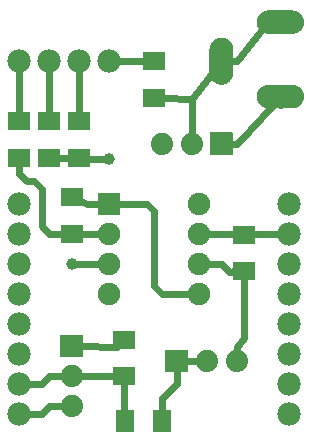
<source format=gtl>
G04 MADE WITH FRITZING*
G04 WWW.FRITZING.ORG*
G04 DOUBLE SIDED*
G04 HOLES PLATED*
G04 CONTOUR ON CENTER OF CONTOUR VECTOR*
%ASAXBY*%
%FSLAX23Y23*%
%MOIN*%
%OFA0B0*%
%SFA1.0B1.0*%
%ADD10C,0.039370*%
%ADD11C,0.075000*%
%ADD12C,0.074000*%
%ADD13C,0.078000*%
%ADD14C,0.078740*%
%ADD15R,0.062992X0.074803*%
%ADD16R,0.074803X0.062992*%
%ADD17R,0.075000X0.075000*%
%ADD18C,0.024000*%
%ADD19R,0.001000X0.001000*%
%LNCOPPER1*%
G90*
G70*
G54D10*
X379Y944D03*
X254Y594D03*
G54D11*
X379Y794D03*
X679Y794D03*
X379Y694D03*
X679Y694D03*
X379Y594D03*
X679Y594D03*
X379Y494D03*
X679Y494D03*
G54D12*
X254Y319D03*
X254Y219D03*
X254Y119D03*
X254Y319D03*
X254Y219D03*
X254Y119D03*
G54D13*
X79Y1269D03*
X179Y1269D03*
X279Y1269D03*
X379Y1269D03*
X79Y94D03*
X79Y194D03*
X79Y294D03*
X79Y394D03*
X79Y494D03*
X79Y594D03*
X79Y694D03*
X79Y794D03*
X979Y794D03*
X979Y694D03*
X979Y594D03*
X979Y494D03*
X979Y394D03*
X979Y294D03*
X979Y194D03*
X979Y94D03*
G54D12*
X754Y994D03*
X654Y994D03*
X554Y994D03*
X754Y994D03*
X654Y994D03*
X554Y994D03*
X604Y269D03*
X704Y269D03*
X804Y269D03*
X604Y269D03*
X704Y269D03*
X804Y269D03*
G54D14*
X951Y1151D03*
X951Y1399D03*
X754Y1269D03*
X951Y1151D03*
X951Y1399D03*
X754Y1269D03*
G54D15*
X554Y69D03*
X432Y69D03*
G54D16*
X829Y569D03*
X829Y691D03*
X279Y947D03*
X279Y1069D03*
X254Y694D03*
X254Y816D03*
X179Y1069D03*
X179Y947D03*
X79Y1069D03*
X79Y947D03*
G54D17*
X379Y794D03*
G54D16*
X529Y1269D03*
X529Y1147D03*
X429Y219D03*
X429Y341D03*
G54D18*
X880Y693D02*
X928Y693D01*
D02*
X779Y693D02*
X730Y693D01*
D02*
X929Y693D02*
X949Y693D01*
D02*
X730Y693D02*
X708Y694D01*
D02*
X179Y1095D02*
X179Y1239D01*
D02*
X79Y1239D02*
X79Y1095D01*
D02*
X797Y692D02*
X779Y693D01*
D02*
X861Y692D02*
X880Y693D01*
D02*
X305Y794D02*
X286Y802D01*
D02*
X154Y719D02*
X154Y844D01*
D02*
X104Y869D02*
X79Y894D01*
D02*
X154Y844D02*
X130Y869D01*
D02*
X130Y869D02*
X104Y869D01*
D02*
X79Y894D02*
X79Y921D01*
D02*
X179Y694D02*
X154Y719D01*
D02*
X279Y693D02*
X254Y694D01*
D02*
X351Y694D02*
X279Y693D01*
D02*
X351Y794D02*
X305Y794D01*
D02*
X222Y694D02*
X179Y694D01*
D02*
X247Y947D02*
X211Y947D01*
D02*
X780Y568D02*
X754Y594D01*
D02*
X754Y594D02*
X708Y594D01*
D02*
X797Y569D02*
X780Y568D01*
D02*
X179Y219D02*
X230Y219D01*
D02*
X154Y194D02*
X179Y219D01*
D02*
X230Y219D02*
X223Y220D01*
D02*
X109Y194D02*
X154Y194D01*
D02*
X179Y119D02*
X230Y119D01*
D02*
X230Y119D02*
X223Y120D01*
D02*
X154Y94D02*
X179Y119D01*
D02*
X109Y94D02*
X154Y94D01*
D02*
X429Y344D02*
X429Y341D01*
D02*
X404Y318D02*
X429Y344D01*
D02*
X285Y319D02*
X404Y318D01*
D02*
X529Y769D02*
X504Y794D01*
D02*
X529Y519D02*
X529Y769D01*
D02*
X504Y794D02*
X408Y794D01*
D02*
X404Y219D02*
X429Y219D01*
D02*
X285Y219D02*
X404Y219D01*
D02*
X555Y494D02*
X529Y519D01*
D02*
X651Y494D02*
X555Y494D01*
D02*
X279Y1239D02*
X279Y1095D01*
D02*
X273Y594D02*
X351Y594D01*
D02*
X304Y944D02*
X279Y947D01*
D02*
X360Y944D02*
X304Y944D01*
D02*
X429Y69D02*
X429Y193D01*
D02*
X432Y69D02*
X429Y69D01*
D02*
X409Y1269D02*
X497Y1269D01*
D02*
X829Y345D02*
X805Y318D01*
D02*
X829Y518D02*
X829Y345D01*
D02*
X805Y318D02*
X805Y300D01*
D02*
X829Y543D02*
X829Y518D01*
D02*
X635Y269D02*
X673Y269D01*
D02*
X605Y194D02*
X604Y238D01*
D02*
X555Y145D02*
X605Y194D01*
D02*
X555Y118D02*
X555Y145D01*
D02*
X555Y101D02*
X555Y118D01*
D02*
X904Y1395D02*
X920Y1396D01*
D02*
X805Y1269D02*
X904Y1395D01*
D02*
X785Y1269D02*
X805Y1269D01*
D02*
X654Y1143D02*
X735Y1245D01*
D02*
X561Y1146D02*
X654Y1143D01*
D02*
X654Y1143D02*
X561Y1146D01*
D02*
X654Y1025D02*
X654Y1143D01*
D02*
X785Y994D02*
X805Y994D01*
D02*
X805Y994D02*
X930Y1128D01*
G54D19*
X907Y1438D02*
X993Y1438D01*
X901Y1437D02*
X999Y1437D01*
X898Y1436D02*
X1002Y1436D01*
X896Y1435D02*
X1005Y1435D01*
X893Y1434D02*
X1007Y1434D01*
X892Y1433D02*
X1008Y1433D01*
X890Y1432D02*
X1010Y1432D01*
X888Y1431D02*
X1012Y1431D01*
X887Y1430D02*
X1013Y1430D01*
X886Y1429D02*
X1014Y1429D01*
X885Y1428D02*
X1015Y1428D01*
X884Y1427D02*
X1016Y1427D01*
X883Y1426D02*
X1017Y1426D01*
X882Y1425D02*
X1018Y1425D01*
X881Y1424D02*
X1019Y1424D01*
X880Y1423D02*
X1020Y1423D01*
X879Y1422D02*
X1021Y1422D01*
X879Y1421D02*
X1021Y1421D01*
X878Y1420D02*
X1022Y1420D01*
X877Y1419D02*
X1023Y1419D01*
X877Y1418D02*
X945Y1418D01*
X955Y1418D02*
X1023Y1418D01*
X876Y1417D02*
X942Y1417D01*
X958Y1417D02*
X1024Y1417D01*
X876Y1416D02*
X940Y1416D01*
X960Y1416D02*
X1024Y1416D01*
X875Y1415D02*
X938Y1415D01*
X962Y1415D02*
X1025Y1415D01*
X875Y1414D02*
X937Y1414D01*
X963Y1414D02*
X1025Y1414D01*
X875Y1413D02*
X936Y1413D01*
X964Y1413D02*
X1026Y1413D01*
X874Y1412D02*
X935Y1412D01*
X965Y1412D02*
X1026Y1412D01*
X874Y1411D02*
X934Y1411D01*
X966Y1411D02*
X1026Y1411D01*
X873Y1410D02*
X933Y1410D01*
X967Y1410D02*
X1027Y1410D01*
X873Y1409D02*
X933Y1409D01*
X967Y1409D02*
X1027Y1409D01*
X873Y1408D02*
X932Y1408D01*
X968Y1408D02*
X1027Y1408D01*
X873Y1407D02*
X932Y1407D01*
X968Y1407D02*
X1027Y1407D01*
X873Y1406D02*
X931Y1406D01*
X969Y1406D02*
X1028Y1406D01*
X872Y1405D02*
X931Y1405D01*
X969Y1405D02*
X1028Y1405D01*
X872Y1404D02*
X931Y1404D01*
X969Y1404D02*
X1028Y1404D01*
X872Y1403D02*
X930Y1403D01*
X970Y1403D02*
X1028Y1403D01*
X872Y1402D02*
X930Y1402D01*
X970Y1402D02*
X1028Y1402D01*
X872Y1401D02*
X930Y1401D01*
X970Y1401D02*
X1028Y1401D01*
X872Y1400D02*
X930Y1400D01*
X970Y1400D02*
X1028Y1400D01*
X872Y1399D02*
X930Y1399D01*
X970Y1399D02*
X1028Y1399D01*
X872Y1398D02*
X930Y1398D01*
X970Y1398D02*
X1028Y1398D01*
X872Y1397D02*
X930Y1397D01*
X970Y1397D02*
X1028Y1397D01*
X872Y1396D02*
X930Y1396D01*
X970Y1396D02*
X1028Y1396D01*
X872Y1395D02*
X930Y1395D01*
X970Y1395D02*
X1028Y1395D01*
X872Y1394D02*
X931Y1394D01*
X970Y1394D02*
X1028Y1394D01*
X872Y1393D02*
X931Y1393D01*
X969Y1393D02*
X1028Y1393D01*
X872Y1392D02*
X931Y1392D01*
X969Y1392D02*
X1028Y1392D01*
X873Y1391D02*
X932Y1391D01*
X969Y1391D02*
X1027Y1391D01*
X873Y1390D02*
X932Y1390D01*
X968Y1390D02*
X1027Y1390D01*
X873Y1389D02*
X933Y1389D01*
X967Y1389D02*
X1027Y1389D01*
X873Y1388D02*
X933Y1388D01*
X967Y1388D02*
X1027Y1388D01*
X874Y1387D02*
X934Y1387D01*
X966Y1387D02*
X1026Y1387D01*
X874Y1386D02*
X935Y1386D01*
X965Y1386D02*
X1026Y1386D01*
X874Y1385D02*
X936Y1385D01*
X964Y1385D02*
X1026Y1385D01*
X875Y1384D02*
X937Y1384D01*
X963Y1384D02*
X1025Y1384D01*
X875Y1383D02*
X938Y1383D01*
X962Y1383D02*
X1025Y1383D01*
X876Y1382D02*
X940Y1382D01*
X960Y1382D02*
X1024Y1382D01*
X876Y1381D02*
X941Y1381D01*
X959Y1381D02*
X1024Y1381D01*
X877Y1380D02*
X944Y1380D01*
X956Y1380D02*
X1023Y1380D01*
X877Y1379D02*
X1023Y1379D01*
X878Y1378D02*
X1022Y1378D01*
X879Y1377D02*
X1022Y1377D01*
X879Y1376D02*
X1021Y1376D01*
X880Y1375D02*
X1020Y1375D01*
X881Y1374D02*
X1019Y1374D01*
X882Y1373D02*
X1018Y1373D01*
X883Y1372D02*
X1018Y1372D01*
X883Y1371D02*
X1017Y1371D01*
X885Y1370D02*
X1016Y1370D01*
X886Y1369D02*
X1014Y1369D01*
X887Y1368D02*
X1013Y1368D01*
X888Y1367D02*
X1012Y1367D01*
X890Y1366D02*
X1010Y1366D01*
X891Y1365D02*
X1009Y1365D01*
X893Y1364D02*
X1007Y1364D01*
X895Y1363D02*
X1005Y1363D01*
X898Y1362D02*
X1002Y1362D01*
X901Y1361D02*
X999Y1361D01*
X906Y1360D02*
X995Y1360D01*
X746Y1347D02*
X760Y1347D01*
X742Y1346D02*
X764Y1346D01*
X739Y1345D02*
X767Y1345D01*
X737Y1344D02*
X769Y1344D01*
X735Y1343D02*
X772Y1343D01*
X733Y1342D02*
X773Y1342D01*
X732Y1341D02*
X775Y1341D01*
X730Y1340D02*
X776Y1340D01*
X729Y1339D02*
X778Y1339D01*
X728Y1338D02*
X779Y1338D01*
X727Y1337D02*
X780Y1337D01*
X726Y1336D02*
X781Y1336D01*
X725Y1335D02*
X782Y1335D01*
X724Y1334D02*
X783Y1334D01*
X723Y1333D02*
X783Y1333D01*
X722Y1332D02*
X784Y1332D01*
X722Y1331D02*
X785Y1331D01*
X721Y1330D02*
X786Y1330D01*
X720Y1329D02*
X786Y1329D01*
X720Y1328D02*
X787Y1328D01*
X719Y1327D02*
X787Y1327D01*
X719Y1326D02*
X788Y1326D01*
X718Y1325D02*
X788Y1325D01*
X718Y1324D02*
X789Y1324D01*
X717Y1323D02*
X789Y1323D01*
X717Y1322D02*
X790Y1322D01*
X717Y1321D02*
X790Y1321D01*
X716Y1320D02*
X790Y1320D01*
X716Y1319D02*
X791Y1319D01*
X716Y1318D02*
X791Y1318D01*
X715Y1317D02*
X791Y1317D01*
X715Y1316D02*
X791Y1316D01*
X715Y1315D02*
X792Y1315D01*
X715Y1314D02*
X792Y1314D01*
X715Y1313D02*
X792Y1313D01*
X715Y1312D02*
X792Y1312D01*
X715Y1311D02*
X792Y1311D01*
X715Y1310D02*
X792Y1310D01*
X714Y1309D02*
X792Y1309D01*
X714Y1308D02*
X792Y1308D01*
X714Y1307D02*
X792Y1307D01*
X714Y1306D02*
X792Y1306D01*
X714Y1305D02*
X792Y1305D01*
X714Y1304D02*
X792Y1304D01*
X714Y1303D02*
X792Y1303D01*
X714Y1302D02*
X792Y1302D01*
X714Y1301D02*
X792Y1301D01*
X714Y1300D02*
X792Y1300D01*
X714Y1299D02*
X792Y1299D01*
X714Y1298D02*
X792Y1298D01*
X714Y1297D02*
X792Y1297D01*
X714Y1296D02*
X792Y1296D01*
X714Y1295D02*
X792Y1295D01*
X714Y1294D02*
X792Y1294D01*
X714Y1293D02*
X792Y1293D01*
X714Y1292D02*
X792Y1292D01*
X714Y1291D02*
X792Y1291D01*
X714Y1290D02*
X792Y1290D01*
X714Y1289D02*
X792Y1289D01*
X714Y1288D02*
X748Y1288D01*
X759Y1288D02*
X792Y1288D01*
X714Y1287D02*
X745Y1287D01*
X762Y1287D02*
X792Y1287D01*
X714Y1286D02*
X743Y1286D01*
X764Y1286D02*
X792Y1286D01*
X714Y1285D02*
X741Y1285D01*
X765Y1285D02*
X792Y1285D01*
X714Y1284D02*
X740Y1284D01*
X766Y1284D02*
X792Y1284D01*
X714Y1283D02*
X739Y1283D01*
X768Y1283D02*
X792Y1283D01*
X714Y1282D02*
X738Y1282D01*
X769Y1282D02*
X792Y1282D01*
X714Y1281D02*
X737Y1281D01*
X769Y1281D02*
X792Y1281D01*
X714Y1280D02*
X737Y1280D01*
X770Y1280D02*
X792Y1280D01*
X714Y1279D02*
X736Y1279D01*
X771Y1279D02*
X792Y1279D01*
X714Y1278D02*
X735Y1278D01*
X771Y1278D02*
X792Y1278D01*
X714Y1277D02*
X735Y1277D01*
X772Y1277D02*
X792Y1277D01*
X714Y1276D02*
X734Y1276D01*
X772Y1276D02*
X792Y1276D01*
X714Y1275D02*
X734Y1275D01*
X772Y1275D02*
X792Y1275D01*
X714Y1274D02*
X734Y1274D01*
X773Y1274D02*
X792Y1274D01*
X714Y1273D02*
X734Y1273D01*
X773Y1273D02*
X792Y1273D01*
X714Y1272D02*
X733Y1272D01*
X773Y1272D02*
X792Y1272D01*
X714Y1271D02*
X733Y1271D01*
X773Y1271D02*
X792Y1271D01*
X714Y1270D02*
X733Y1270D01*
X773Y1270D02*
X792Y1270D01*
X714Y1269D02*
X733Y1269D01*
X773Y1269D02*
X792Y1269D01*
X714Y1268D02*
X733Y1268D01*
X773Y1268D02*
X792Y1268D01*
X714Y1267D02*
X733Y1267D01*
X773Y1267D02*
X792Y1267D01*
X714Y1266D02*
X733Y1266D01*
X773Y1266D02*
X792Y1266D01*
X714Y1265D02*
X734Y1265D01*
X773Y1265D02*
X792Y1265D01*
X714Y1264D02*
X734Y1264D01*
X773Y1264D02*
X792Y1264D01*
X714Y1263D02*
X734Y1263D01*
X772Y1263D02*
X792Y1263D01*
X714Y1262D02*
X734Y1262D01*
X772Y1262D02*
X792Y1262D01*
X714Y1261D02*
X735Y1261D01*
X772Y1261D02*
X792Y1261D01*
X714Y1260D02*
X735Y1260D01*
X771Y1260D02*
X792Y1260D01*
X714Y1259D02*
X736Y1259D01*
X771Y1259D02*
X792Y1259D01*
X714Y1258D02*
X737Y1258D01*
X770Y1258D02*
X792Y1258D01*
X714Y1257D02*
X737Y1257D01*
X769Y1257D02*
X792Y1257D01*
X714Y1256D02*
X738Y1256D01*
X768Y1256D02*
X792Y1256D01*
X714Y1255D02*
X739Y1255D01*
X768Y1255D02*
X792Y1255D01*
X714Y1254D02*
X740Y1254D01*
X766Y1254D02*
X792Y1254D01*
X714Y1253D02*
X741Y1253D01*
X765Y1253D02*
X792Y1253D01*
X714Y1252D02*
X743Y1252D01*
X764Y1252D02*
X792Y1252D01*
X714Y1251D02*
X745Y1251D01*
X762Y1251D02*
X792Y1251D01*
X714Y1250D02*
X748Y1250D01*
X759Y1250D02*
X792Y1250D01*
X714Y1249D02*
X792Y1249D01*
X714Y1248D02*
X792Y1248D01*
X714Y1247D02*
X792Y1247D01*
X714Y1246D02*
X792Y1246D01*
X714Y1245D02*
X792Y1245D01*
X714Y1244D02*
X792Y1244D01*
X714Y1243D02*
X792Y1243D01*
X714Y1242D02*
X792Y1242D01*
X714Y1241D02*
X792Y1241D01*
X714Y1240D02*
X792Y1240D01*
X714Y1239D02*
X792Y1239D01*
X714Y1238D02*
X792Y1238D01*
X714Y1237D02*
X792Y1237D01*
X714Y1236D02*
X792Y1236D01*
X714Y1235D02*
X792Y1235D01*
X714Y1234D02*
X792Y1234D01*
X714Y1233D02*
X792Y1233D01*
X714Y1232D02*
X792Y1232D01*
X714Y1231D02*
X792Y1231D01*
X714Y1230D02*
X792Y1230D01*
X714Y1229D02*
X792Y1229D01*
X715Y1228D02*
X792Y1228D01*
X715Y1227D02*
X792Y1227D01*
X715Y1226D02*
X792Y1226D01*
X715Y1225D02*
X792Y1225D01*
X715Y1224D02*
X792Y1224D01*
X715Y1223D02*
X792Y1223D01*
X715Y1222D02*
X791Y1222D01*
X715Y1221D02*
X791Y1221D01*
X716Y1220D02*
X791Y1220D01*
X716Y1219D02*
X791Y1219D01*
X716Y1218D02*
X790Y1218D01*
X717Y1217D02*
X790Y1217D01*
X717Y1216D02*
X790Y1216D01*
X717Y1215D02*
X789Y1215D01*
X718Y1214D02*
X789Y1214D01*
X718Y1213D02*
X788Y1213D01*
X719Y1212D02*
X788Y1212D01*
X719Y1211D02*
X787Y1211D01*
X720Y1210D02*
X787Y1210D01*
X720Y1209D02*
X786Y1209D01*
X721Y1208D02*
X786Y1208D01*
X722Y1207D02*
X785Y1207D01*
X722Y1206D02*
X784Y1206D01*
X723Y1205D02*
X783Y1205D01*
X724Y1204D02*
X783Y1204D01*
X725Y1203D02*
X782Y1203D01*
X726Y1202D02*
X781Y1202D01*
X727Y1201D02*
X780Y1201D01*
X728Y1200D02*
X779Y1200D01*
X729Y1199D02*
X777Y1199D01*
X731Y1198D02*
X776Y1198D01*
X732Y1197D02*
X775Y1197D01*
X734Y1196D02*
X773Y1196D01*
X735Y1195D02*
X771Y1195D01*
X737Y1194D02*
X769Y1194D01*
X740Y1193D02*
X767Y1193D01*
X742Y1192D02*
X764Y1192D01*
X747Y1191D02*
X760Y1191D01*
X906Y1190D02*
X994Y1190D01*
X901Y1189D02*
X999Y1189D01*
X898Y1188D02*
X1002Y1188D01*
X895Y1187D02*
X1005Y1187D01*
X893Y1186D02*
X1007Y1186D01*
X892Y1185D02*
X1009Y1185D01*
X890Y1184D02*
X1010Y1184D01*
X888Y1183D02*
X1012Y1183D01*
X887Y1182D02*
X1013Y1182D01*
X886Y1181D02*
X1014Y1181D01*
X885Y1180D02*
X1015Y1180D01*
X884Y1179D02*
X1016Y1179D01*
X883Y1178D02*
X1017Y1178D01*
X882Y1177D02*
X1018Y1177D01*
X881Y1176D02*
X1019Y1176D01*
X880Y1175D02*
X1020Y1175D01*
X879Y1174D02*
X1021Y1174D01*
X879Y1173D02*
X1021Y1173D01*
X878Y1172D02*
X1022Y1172D01*
X877Y1171D02*
X1023Y1171D01*
X877Y1170D02*
X945Y1170D01*
X955Y1170D02*
X1023Y1170D01*
X876Y1169D02*
X942Y1169D01*
X958Y1169D02*
X1024Y1169D01*
X876Y1168D02*
X940Y1168D01*
X960Y1168D02*
X1024Y1168D01*
X875Y1167D02*
X938Y1167D01*
X962Y1167D02*
X1025Y1167D01*
X875Y1166D02*
X937Y1166D01*
X963Y1166D02*
X1025Y1166D01*
X874Y1165D02*
X936Y1165D01*
X964Y1165D02*
X1026Y1165D01*
X874Y1164D02*
X935Y1164D01*
X965Y1164D02*
X1026Y1164D01*
X874Y1163D02*
X934Y1163D01*
X966Y1163D02*
X1026Y1163D01*
X873Y1162D02*
X933Y1162D01*
X967Y1162D02*
X1027Y1162D01*
X873Y1161D02*
X933Y1161D01*
X967Y1161D02*
X1027Y1161D01*
X873Y1160D02*
X932Y1160D01*
X968Y1160D02*
X1027Y1160D01*
X873Y1159D02*
X932Y1159D01*
X968Y1159D02*
X1027Y1159D01*
X873Y1158D02*
X931Y1158D01*
X969Y1158D02*
X1028Y1158D01*
X872Y1157D02*
X931Y1157D01*
X969Y1157D02*
X1028Y1157D01*
X872Y1156D02*
X931Y1156D01*
X969Y1156D02*
X1028Y1156D01*
X872Y1155D02*
X930Y1155D01*
X970Y1155D02*
X1028Y1155D01*
X872Y1154D02*
X930Y1154D01*
X970Y1154D02*
X1028Y1154D01*
X872Y1153D02*
X930Y1153D01*
X970Y1153D02*
X1028Y1153D01*
X872Y1152D02*
X930Y1152D01*
X970Y1152D02*
X1028Y1152D01*
X872Y1151D02*
X930Y1151D01*
X970Y1151D02*
X1028Y1151D01*
X872Y1150D02*
X930Y1150D01*
X970Y1150D02*
X1028Y1150D01*
X872Y1149D02*
X930Y1149D01*
X970Y1149D02*
X1028Y1149D01*
X872Y1148D02*
X930Y1148D01*
X970Y1148D02*
X1028Y1148D01*
X872Y1147D02*
X930Y1147D01*
X970Y1147D02*
X1028Y1147D01*
X872Y1146D02*
X931Y1146D01*
X970Y1146D02*
X1028Y1146D01*
X872Y1145D02*
X931Y1145D01*
X969Y1145D02*
X1028Y1145D01*
X873Y1144D02*
X931Y1144D01*
X969Y1144D02*
X1028Y1144D01*
X873Y1143D02*
X932Y1143D01*
X969Y1143D02*
X1027Y1143D01*
X873Y1142D02*
X932Y1142D01*
X968Y1142D02*
X1027Y1142D01*
X873Y1141D02*
X933Y1141D01*
X967Y1141D02*
X1027Y1141D01*
X873Y1140D02*
X933Y1140D01*
X967Y1140D02*
X1027Y1140D01*
X874Y1139D02*
X934Y1139D01*
X966Y1139D02*
X1026Y1139D01*
X874Y1138D02*
X935Y1138D01*
X965Y1138D02*
X1026Y1138D01*
X874Y1137D02*
X936Y1137D01*
X964Y1137D02*
X1026Y1137D01*
X875Y1136D02*
X937Y1136D01*
X963Y1136D02*
X1025Y1136D01*
X875Y1135D02*
X938Y1135D01*
X962Y1135D02*
X1025Y1135D01*
X876Y1134D02*
X940Y1134D01*
X960Y1134D02*
X1024Y1134D01*
X876Y1133D02*
X942Y1133D01*
X959Y1133D02*
X1024Y1133D01*
X877Y1132D02*
X945Y1132D01*
X956Y1132D02*
X1023Y1132D01*
X877Y1131D02*
X1023Y1131D01*
X878Y1130D02*
X1022Y1130D01*
X879Y1129D02*
X1022Y1129D01*
X879Y1128D02*
X1021Y1128D01*
X880Y1127D02*
X1020Y1127D01*
X881Y1126D02*
X1019Y1126D01*
X882Y1125D02*
X1018Y1125D01*
X883Y1124D02*
X1018Y1124D01*
X884Y1123D02*
X1017Y1123D01*
X885Y1122D02*
X1015Y1122D01*
X886Y1121D02*
X1014Y1121D01*
X887Y1120D02*
X1013Y1120D01*
X888Y1119D02*
X1012Y1119D01*
X890Y1118D02*
X1010Y1118D01*
X891Y1117D02*
X1009Y1117D01*
X893Y1116D02*
X1007Y1116D01*
X895Y1115D02*
X1005Y1115D01*
X898Y1114D02*
X1002Y1114D01*
X901Y1113D02*
X999Y1113D01*
X906Y1112D02*
X994Y1112D01*
X717Y1031D02*
X789Y1031D01*
X717Y1030D02*
X790Y1030D01*
X717Y1029D02*
X790Y1029D01*
X717Y1028D02*
X790Y1028D01*
X717Y1027D02*
X790Y1027D01*
X717Y1026D02*
X790Y1026D01*
X717Y1025D02*
X790Y1025D01*
X717Y1024D02*
X790Y1024D01*
X717Y1023D02*
X790Y1023D01*
X717Y1022D02*
X790Y1022D01*
X717Y1021D02*
X790Y1021D01*
X717Y1020D02*
X790Y1020D01*
X717Y1019D02*
X790Y1019D01*
X717Y1018D02*
X790Y1018D01*
X717Y1017D02*
X790Y1017D01*
X717Y1016D02*
X790Y1016D01*
X717Y1015D02*
X790Y1015D01*
X717Y1014D02*
X790Y1014D01*
X717Y1013D02*
X748Y1013D01*
X759Y1013D02*
X790Y1013D01*
X717Y1012D02*
X745Y1012D01*
X762Y1012D02*
X790Y1012D01*
X717Y1011D02*
X743Y1011D01*
X764Y1011D02*
X790Y1011D01*
X717Y1010D02*
X741Y1010D01*
X765Y1010D02*
X790Y1010D01*
X717Y1009D02*
X740Y1009D01*
X767Y1009D02*
X790Y1009D01*
X717Y1008D02*
X739Y1008D01*
X768Y1008D02*
X790Y1008D01*
X717Y1007D02*
X738Y1007D01*
X769Y1007D02*
X790Y1007D01*
X717Y1006D02*
X737Y1006D01*
X769Y1006D02*
X790Y1006D01*
X717Y1005D02*
X736Y1005D01*
X770Y1005D02*
X790Y1005D01*
X717Y1004D02*
X736Y1004D01*
X771Y1004D02*
X790Y1004D01*
X717Y1003D02*
X735Y1003D01*
X771Y1003D02*
X790Y1003D01*
X717Y1002D02*
X735Y1002D01*
X772Y1002D02*
X790Y1002D01*
X717Y1001D02*
X734Y1001D01*
X772Y1001D02*
X790Y1001D01*
X717Y1000D02*
X734Y1000D01*
X772Y1000D02*
X790Y1000D01*
X717Y999D02*
X734Y999D01*
X773Y999D02*
X790Y999D01*
X717Y998D02*
X734Y998D01*
X773Y998D02*
X790Y998D01*
X717Y997D02*
X733Y997D01*
X773Y997D02*
X790Y997D01*
X717Y996D02*
X733Y996D01*
X773Y996D02*
X790Y996D01*
X717Y995D02*
X733Y995D01*
X773Y995D02*
X790Y995D01*
X717Y994D02*
X733Y994D01*
X773Y994D02*
X790Y994D01*
X717Y993D02*
X733Y993D01*
X773Y993D02*
X790Y993D01*
X717Y992D02*
X733Y992D01*
X773Y992D02*
X790Y992D01*
X717Y991D02*
X733Y991D01*
X773Y991D02*
X790Y991D01*
X717Y990D02*
X734Y990D01*
X773Y990D02*
X790Y990D01*
X717Y989D02*
X734Y989D01*
X773Y989D02*
X790Y989D01*
X717Y988D02*
X734Y988D01*
X772Y988D02*
X790Y988D01*
X717Y987D02*
X735Y987D01*
X772Y987D02*
X790Y987D01*
X717Y986D02*
X735Y986D01*
X772Y986D02*
X790Y986D01*
X717Y985D02*
X735Y985D01*
X771Y985D02*
X790Y985D01*
X717Y984D02*
X736Y984D01*
X771Y984D02*
X790Y984D01*
X717Y983D02*
X737Y983D01*
X770Y983D02*
X790Y983D01*
X717Y982D02*
X737Y982D01*
X769Y982D02*
X790Y982D01*
X717Y981D02*
X738Y981D01*
X768Y981D02*
X790Y981D01*
X717Y980D02*
X739Y980D01*
X767Y980D02*
X790Y980D01*
X717Y979D02*
X740Y979D01*
X766Y979D02*
X790Y979D01*
X717Y978D02*
X742Y978D01*
X765Y978D02*
X790Y978D01*
X717Y977D02*
X743Y977D01*
X763Y977D02*
X790Y977D01*
X717Y976D02*
X745Y976D01*
X761Y976D02*
X790Y976D01*
X717Y975D02*
X748Y975D01*
X758Y975D02*
X790Y975D01*
X717Y974D02*
X790Y974D01*
X717Y973D02*
X790Y973D01*
X717Y972D02*
X790Y972D01*
X717Y971D02*
X790Y971D01*
X717Y970D02*
X790Y970D01*
X717Y969D02*
X790Y969D01*
X717Y968D02*
X790Y968D01*
X717Y967D02*
X790Y967D01*
X717Y966D02*
X790Y966D01*
X717Y965D02*
X790Y965D01*
X717Y964D02*
X790Y964D01*
X717Y963D02*
X790Y963D01*
X717Y962D02*
X790Y962D01*
X717Y961D02*
X790Y961D01*
X717Y960D02*
X790Y960D01*
X717Y959D02*
X790Y959D01*
X717Y958D02*
X790Y958D01*
X217Y356D02*
X290Y356D01*
X217Y355D02*
X290Y355D01*
X217Y354D02*
X290Y354D01*
X217Y353D02*
X290Y353D01*
X217Y352D02*
X290Y352D01*
X217Y351D02*
X290Y351D01*
X217Y350D02*
X290Y350D01*
X217Y349D02*
X290Y349D01*
X217Y348D02*
X290Y348D01*
X217Y347D02*
X290Y347D01*
X217Y346D02*
X290Y346D01*
X217Y345D02*
X290Y345D01*
X217Y344D02*
X290Y344D01*
X217Y343D02*
X290Y343D01*
X217Y342D02*
X290Y342D01*
X217Y341D02*
X290Y341D01*
X217Y340D02*
X290Y340D01*
X217Y339D02*
X290Y339D01*
X217Y338D02*
X247Y338D01*
X260Y338D02*
X290Y338D01*
X217Y337D02*
X245Y337D01*
X263Y337D02*
X290Y337D01*
X217Y336D02*
X243Y336D01*
X264Y336D02*
X290Y336D01*
X217Y335D02*
X241Y335D01*
X266Y335D02*
X290Y335D01*
X217Y334D02*
X240Y334D01*
X267Y334D02*
X290Y334D01*
X217Y333D02*
X239Y333D01*
X268Y333D02*
X290Y333D01*
X217Y332D02*
X238Y332D01*
X269Y332D02*
X290Y332D01*
X217Y331D02*
X237Y331D01*
X270Y331D02*
X290Y331D01*
X217Y330D02*
X237Y330D01*
X271Y330D02*
X290Y330D01*
X217Y329D02*
X236Y329D01*
X271Y329D02*
X290Y329D01*
X217Y328D02*
X236Y328D01*
X272Y328D02*
X290Y328D01*
X217Y327D02*
X235Y327D01*
X272Y327D02*
X290Y327D01*
X217Y326D02*
X235Y326D01*
X273Y326D02*
X290Y326D01*
X217Y325D02*
X234Y325D01*
X273Y325D02*
X290Y325D01*
X217Y324D02*
X234Y324D01*
X273Y324D02*
X290Y324D01*
X217Y323D02*
X234Y323D01*
X273Y323D02*
X290Y323D01*
X217Y322D02*
X234Y322D01*
X274Y322D02*
X290Y322D01*
X217Y321D02*
X234Y321D01*
X274Y321D02*
X290Y321D01*
X217Y320D02*
X234Y320D01*
X274Y320D02*
X290Y320D01*
X217Y319D02*
X233Y319D01*
X274Y319D02*
X290Y319D01*
X217Y318D02*
X234Y318D01*
X274Y318D02*
X290Y318D01*
X217Y317D02*
X234Y317D01*
X274Y317D02*
X290Y317D01*
X217Y316D02*
X234Y316D01*
X273Y316D02*
X290Y316D01*
X217Y315D02*
X234Y315D01*
X273Y315D02*
X290Y315D01*
X217Y314D02*
X234Y314D01*
X273Y314D02*
X290Y314D01*
X217Y313D02*
X235Y313D01*
X273Y313D02*
X290Y313D01*
X217Y312D02*
X235Y312D01*
X272Y312D02*
X290Y312D01*
X217Y311D02*
X235Y311D01*
X272Y311D02*
X290Y311D01*
X217Y310D02*
X236Y310D01*
X271Y310D02*
X290Y310D01*
X217Y309D02*
X236Y309D01*
X271Y309D02*
X290Y309D01*
X217Y308D02*
X237Y308D01*
X270Y308D02*
X290Y308D01*
X217Y307D02*
X238Y307D01*
X269Y307D02*
X290Y307D01*
X217Y306D02*
X239Y306D01*
X269Y306D02*
X290Y306D01*
X567Y306D02*
X640Y306D01*
X217Y305D02*
X240Y305D01*
X268Y305D02*
X290Y305D01*
X567Y305D02*
X640Y305D01*
X217Y304D02*
X241Y304D01*
X266Y304D02*
X290Y304D01*
X567Y304D02*
X640Y304D01*
X217Y303D02*
X242Y303D01*
X265Y303D02*
X290Y303D01*
X567Y303D02*
X640Y303D01*
X217Y302D02*
X244Y302D01*
X263Y302D02*
X290Y302D01*
X567Y302D02*
X640Y302D01*
X217Y301D02*
X246Y301D01*
X261Y301D02*
X290Y301D01*
X567Y301D02*
X640Y301D01*
X217Y300D02*
X250Y300D01*
X258Y300D02*
X290Y300D01*
X567Y300D02*
X640Y300D01*
X217Y299D02*
X290Y299D01*
X567Y299D02*
X640Y299D01*
X217Y298D02*
X290Y298D01*
X567Y298D02*
X640Y298D01*
X217Y297D02*
X290Y297D01*
X567Y297D02*
X640Y297D01*
X217Y296D02*
X290Y296D01*
X567Y296D02*
X640Y296D01*
X217Y295D02*
X290Y295D01*
X567Y295D02*
X640Y295D01*
X217Y294D02*
X290Y294D01*
X567Y294D02*
X640Y294D01*
X217Y293D02*
X290Y293D01*
X567Y293D02*
X640Y293D01*
X217Y292D02*
X290Y292D01*
X567Y292D02*
X640Y292D01*
X217Y291D02*
X290Y291D01*
X567Y291D02*
X640Y291D01*
X217Y290D02*
X290Y290D01*
X567Y290D02*
X640Y290D01*
X217Y289D02*
X290Y289D01*
X567Y289D02*
X600Y289D01*
X607Y289D02*
X640Y289D01*
X217Y288D02*
X290Y288D01*
X567Y288D02*
X596Y288D01*
X611Y288D02*
X640Y288D01*
X217Y287D02*
X290Y287D01*
X567Y287D02*
X594Y287D01*
X613Y287D02*
X640Y287D01*
X217Y286D02*
X290Y286D01*
X567Y286D02*
X592Y286D01*
X615Y286D02*
X640Y286D01*
X217Y285D02*
X290Y285D01*
X567Y285D02*
X591Y285D01*
X616Y285D02*
X640Y285D01*
X217Y284D02*
X290Y284D01*
X567Y284D02*
X589Y284D01*
X617Y284D02*
X640Y284D01*
X217Y283D02*
X290Y283D01*
X567Y283D02*
X588Y283D01*
X618Y283D02*
X640Y283D01*
X567Y282D02*
X588Y282D01*
X619Y282D02*
X640Y282D01*
X567Y281D02*
X587Y281D01*
X620Y281D02*
X640Y281D01*
X567Y280D02*
X586Y280D01*
X621Y280D02*
X640Y280D01*
X567Y279D02*
X586Y279D01*
X621Y279D02*
X640Y279D01*
X567Y278D02*
X585Y278D01*
X622Y278D02*
X640Y278D01*
X567Y277D02*
X584Y277D01*
X622Y277D02*
X640Y277D01*
X567Y276D02*
X584Y276D01*
X623Y276D02*
X640Y276D01*
X567Y275D02*
X584Y275D01*
X623Y275D02*
X640Y275D01*
X567Y274D02*
X584Y274D01*
X623Y274D02*
X640Y274D01*
X567Y273D02*
X583Y273D01*
X624Y273D02*
X640Y273D01*
X567Y272D02*
X583Y272D01*
X624Y272D02*
X640Y272D01*
X567Y271D02*
X583Y271D01*
X624Y271D02*
X640Y271D01*
X567Y270D02*
X583Y270D01*
X624Y270D02*
X640Y270D01*
X567Y269D02*
X583Y269D01*
X624Y269D02*
X640Y269D01*
X567Y268D02*
X583Y268D01*
X624Y268D02*
X640Y268D01*
X567Y267D02*
X583Y267D01*
X624Y267D02*
X640Y267D01*
X567Y266D02*
X583Y266D01*
X624Y266D02*
X640Y266D01*
X567Y265D02*
X583Y265D01*
X623Y265D02*
X640Y265D01*
X567Y264D02*
X584Y264D01*
X623Y264D02*
X640Y264D01*
X567Y263D02*
X584Y263D01*
X623Y263D02*
X640Y263D01*
X567Y262D02*
X584Y262D01*
X622Y262D02*
X640Y262D01*
X567Y261D02*
X585Y261D01*
X622Y261D02*
X640Y261D01*
X567Y260D02*
X585Y260D01*
X621Y260D02*
X640Y260D01*
X567Y259D02*
X586Y259D01*
X621Y259D02*
X640Y259D01*
X567Y258D02*
X586Y258D01*
X620Y258D02*
X640Y258D01*
X567Y257D02*
X587Y257D01*
X620Y257D02*
X640Y257D01*
X567Y256D02*
X588Y256D01*
X619Y256D02*
X640Y256D01*
X567Y255D02*
X589Y255D01*
X618Y255D02*
X640Y255D01*
X567Y254D02*
X590Y254D01*
X617Y254D02*
X640Y254D01*
X567Y253D02*
X591Y253D01*
X615Y253D02*
X640Y253D01*
X567Y252D02*
X593Y252D01*
X614Y252D02*
X640Y252D01*
X567Y251D02*
X595Y251D01*
X612Y251D02*
X640Y251D01*
X567Y250D02*
X598Y250D01*
X609Y250D02*
X640Y250D01*
X567Y249D02*
X640Y249D01*
X567Y248D02*
X640Y248D01*
X567Y247D02*
X640Y247D01*
X567Y246D02*
X640Y246D01*
X567Y245D02*
X640Y245D01*
X567Y244D02*
X640Y244D01*
X567Y243D02*
X640Y243D01*
X567Y242D02*
X640Y242D01*
X567Y241D02*
X640Y241D01*
X567Y240D02*
X640Y240D01*
X567Y239D02*
X640Y239D01*
X567Y238D02*
X640Y238D01*
X567Y237D02*
X640Y237D01*
X567Y236D02*
X640Y236D01*
X567Y235D02*
X640Y235D01*
X567Y234D02*
X640Y234D01*
X567Y233D02*
X640Y233D01*
D02*
G04 End of Copper1*
M02*
</source>
